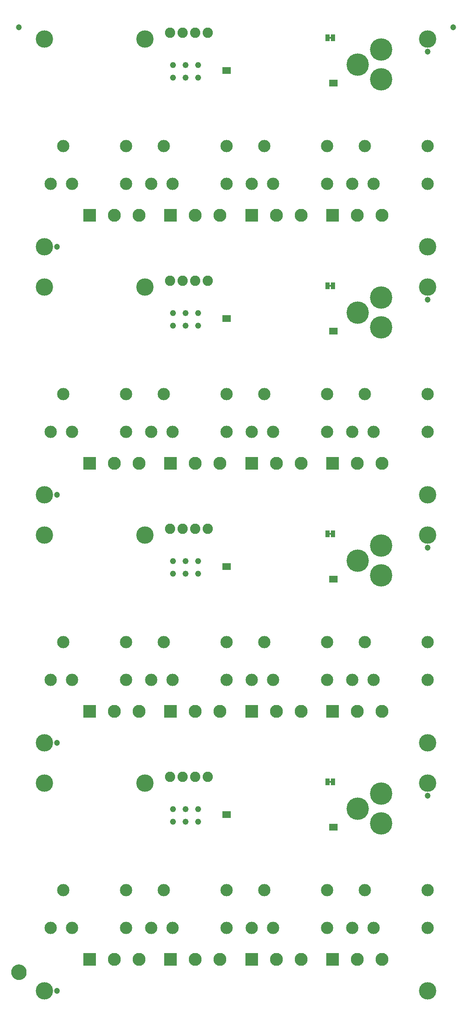
<source format=gbs>
G04 EAGLE Gerber RS-274X export*
G75*
%MOMM*%
%FSLAX34Y34*%
%LPD*%
%INSoldermask Bottom*%
%IPPOS*%
%AMOC8*
5,1,8,0,0,1.08239X$1,22.5*%
G01*
%ADD10C,2.489200*%
%ADD11C,3.505200*%
%ADD12C,1.203200*%
%ADD13C,1.221313*%
%ADD14R,2.616200X2.616200*%
%ADD15C,2.616200*%
%ADD16C,2.082800*%
%ADD17C,4.521200*%
%ADD18R,0.838200X1.473200*%
%ADD19R,0.863600X1.473200*%
%ADD20C,1.270000*%
%ADD21C,1.703200*%

G36*
X605474Y1946287D02*
X605474Y1946287D01*
X605540Y1946289D01*
X605583Y1946307D01*
X605630Y1946315D01*
X605687Y1946349D01*
X605747Y1946374D01*
X605782Y1946405D01*
X605823Y1946430D01*
X605865Y1946481D01*
X605913Y1946525D01*
X605935Y1946567D01*
X605964Y1946604D01*
X605985Y1946666D01*
X606016Y1946725D01*
X606024Y1946779D01*
X606036Y1946816D01*
X606035Y1946856D01*
X606043Y1946910D01*
X606043Y1949450D01*
X606032Y1949515D01*
X606030Y1949581D01*
X606012Y1949624D01*
X606004Y1949671D01*
X605970Y1949728D01*
X605945Y1949788D01*
X605914Y1949823D01*
X605889Y1949864D01*
X605838Y1949906D01*
X605794Y1949954D01*
X605752Y1949976D01*
X605715Y1950005D01*
X605653Y1950026D01*
X605594Y1950057D01*
X605540Y1950065D01*
X605503Y1950077D01*
X605463Y1950076D01*
X605409Y1950084D01*
X601599Y1950084D01*
X601534Y1950073D01*
X601468Y1950071D01*
X601425Y1950053D01*
X601378Y1950045D01*
X601321Y1950011D01*
X601261Y1949986D01*
X601226Y1949955D01*
X601185Y1949930D01*
X601144Y1949879D01*
X601095Y1949835D01*
X601073Y1949793D01*
X601044Y1949756D01*
X601023Y1949694D01*
X600992Y1949635D01*
X600984Y1949581D01*
X600972Y1949544D01*
X600972Y1949541D01*
X600973Y1949504D01*
X600965Y1949450D01*
X600965Y1946910D01*
X600976Y1946845D01*
X600978Y1946779D01*
X600996Y1946736D01*
X601004Y1946689D01*
X601038Y1946632D01*
X601063Y1946572D01*
X601094Y1946537D01*
X601119Y1946496D01*
X601170Y1946455D01*
X601214Y1946406D01*
X601256Y1946384D01*
X601293Y1946355D01*
X601355Y1946334D01*
X601414Y1946303D01*
X601468Y1946295D01*
X601505Y1946283D01*
X601545Y1946284D01*
X601599Y1946276D01*
X605409Y1946276D01*
X605474Y1946287D01*
G37*
G36*
X605474Y1445907D02*
X605474Y1445907D01*
X605540Y1445909D01*
X605583Y1445927D01*
X605630Y1445935D01*
X605687Y1445969D01*
X605747Y1445994D01*
X605782Y1446025D01*
X605823Y1446050D01*
X605865Y1446101D01*
X605913Y1446145D01*
X605935Y1446187D01*
X605964Y1446224D01*
X605985Y1446286D01*
X606016Y1446345D01*
X606024Y1446399D01*
X606036Y1446436D01*
X606035Y1446476D01*
X606043Y1446530D01*
X606043Y1449070D01*
X606032Y1449135D01*
X606030Y1449201D01*
X606012Y1449244D01*
X606004Y1449291D01*
X605970Y1449348D01*
X605945Y1449408D01*
X605914Y1449443D01*
X605889Y1449484D01*
X605838Y1449526D01*
X605794Y1449574D01*
X605752Y1449596D01*
X605715Y1449625D01*
X605653Y1449646D01*
X605594Y1449677D01*
X605540Y1449685D01*
X605503Y1449697D01*
X605463Y1449696D01*
X605409Y1449704D01*
X601599Y1449704D01*
X601534Y1449693D01*
X601468Y1449691D01*
X601425Y1449673D01*
X601378Y1449665D01*
X601321Y1449631D01*
X601261Y1449606D01*
X601226Y1449575D01*
X601185Y1449550D01*
X601144Y1449499D01*
X601095Y1449455D01*
X601073Y1449413D01*
X601044Y1449376D01*
X601023Y1449314D01*
X600992Y1449255D01*
X600984Y1449201D01*
X600972Y1449164D01*
X600972Y1449161D01*
X600973Y1449124D01*
X600965Y1449070D01*
X600965Y1446530D01*
X600976Y1446465D01*
X600978Y1446399D01*
X600996Y1446356D01*
X601004Y1446309D01*
X601038Y1446252D01*
X601063Y1446192D01*
X601094Y1446157D01*
X601119Y1446116D01*
X601170Y1446075D01*
X601214Y1446026D01*
X601256Y1446004D01*
X601293Y1445975D01*
X601355Y1445954D01*
X601414Y1445923D01*
X601468Y1445915D01*
X601505Y1445903D01*
X601545Y1445904D01*
X601599Y1445896D01*
X605409Y1445896D01*
X605474Y1445907D01*
G37*
G36*
X605474Y945527D02*
X605474Y945527D01*
X605540Y945529D01*
X605583Y945547D01*
X605630Y945555D01*
X605687Y945589D01*
X605747Y945614D01*
X605782Y945645D01*
X605823Y945670D01*
X605865Y945721D01*
X605913Y945765D01*
X605935Y945807D01*
X605964Y945844D01*
X605985Y945906D01*
X606016Y945965D01*
X606024Y946019D01*
X606036Y946056D01*
X606035Y946096D01*
X606043Y946150D01*
X606043Y948690D01*
X606032Y948755D01*
X606030Y948821D01*
X606012Y948864D01*
X606004Y948911D01*
X605970Y948968D01*
X605945Y949028D01*
X605914Y949063D01*
X605889Y949104D01*
X605838Y949146D01*
X605794Y949194D01*
X605752Y949216D01*
X605715Y949245D01*
X605653Y949266D01*
X605594Y949297D01*
X605540Y949305D01*
X605503Y949317D01*
X605463Y949316D01*
X605409Y949324D01*
X601599Y949324D01*
X601534Y949313D01*
X601468Y949311D01*
X601425Y949293D01*
X601378Y949285D01*
X601321Y949251D01*
X601261Y949226D01*
X601226Y949195D01*
X601185Y949170D01*
X601144Y949119D01*
X601095Y949075D01*
X601073Y949033D01*
X601044Y948996D01*
X601023Y948934D01*
X600992Y948875D01*
X600984Y948821D01*
X600972Y948784D01*
X600972Y948781D01*
X600973Y948744D01*
X600965Y948690D01*
X600965Y946150D01*
X600976Y946085D01*
X600978Y946019D01*
X600996Y945976D01*
X601004Y945929D01*
X601038Y945872D01*
X601063Y945812D01*
X601094Y945777D01*
X601119Y945736D01*
X601170Y945695D01*
X601214Y945646D01*
X601256Y945624D01*
X601293Y945595D01*
X601355Y945574D01*
X601414Y945543D01*
X601468Y945535D01*
X601505Y945523D01*
X601545Y945524D01*
X601599Y945516D01*
X605409Y945516D01*
X605474Y945527D01*
G37*
G36*
X605474Y445147D02*
X605474Y445147D01*
X605540Y445149D01*
X605583Y445167D01*
X605630Y445175D01*
X605687Y445209D01*
X605747Y445234D01*
X605782Y445265D01*
X605823Y445290D01*
X605865Y445341D01*
X605913Y445385D01*
X605935Y445427D01*
X605964Y445464D01*
X605985Y445526D01*
X606016Y445585D01*
X606024Y445639D01*
X606036Y445676D01*
X606035Y445716D01*
X606043Y445770D01*
X606043Y448310D01*
X606032Y448375D01*
X606030Y448441D01*
X606012Y448484D01*
X606004Y448531D01*
X605970Y448588D01*
X605945Y448648D01*
X605914Y448683D01*
X605889Y448724D01*
X605838Y448766D01*
X605794Y448814D01*
X605752Y448836D01*
X605715Y448865D01*
X605653Y448886D01*
X605594Y448917D01*
X605540Y448925D01*
X605503Y448937D01*
X605463Y448936D01*
X605409Y448944D01*
X601599Y448944D01*
X601534Y448933D01*
X601468Y448931D01*
X601425Y448913D01*
X601378Y448905D01*
X601321Y448871D01*
X601261Y448846D01*
X601226Y448815D01*
X601185Y448790D01*
X601144Y448739D01*
X601095Y448695D01*
X601073Y448653D01*
X601044Y448616D01*
X601023Y448554D01*
X600992Y448495D01*
X600984Y448441D01*
X600972Y448404D01*
X600972Y448401D01*
X600973Y448364D01*
X600965Y448310D01*
X600965Y445770D01*
X600976Y445705D01*
X600978Y445639D01*
X600996Y445596D01*
X601004Y445549D01*
X601038Y445492D01*
X601063Y445432D01*
X601094Y445397D01*
X601119Y445356D01*
X601170Y445315D01*
X601214Y445266D01*
X601256Y445244D01*
X601293Y445215D01*
X601355Y445194D01*
X601414Y445163D01*
X601468Y445155D01*
X601505Y445143D01*
X601545Y445144D01*
X601599Y445136D01*
X605409Y445136D01*
X605474Y445147D01*
G37*
D10*
X63500Y228600D03*
X190500Y152400D03*
X190500Y228600D03*
X38100Y152400D03*
X81280Y152400D03*
D11*
X25400Y444500D03*
X800100Y444500D03*
D12*
X800100Y419100D03*
X50800Y25400D03*
D13*
X285750Y367030D03*
X311150Y367030D03*
X336550Y367030D03*
X285750Y392430D03*
X311150Y392430D03*
X336550Y392430D03*
D11*
X25400Y25400D03*
X800100Y25400D03*
D14*
X116840Y88900D03*
D15*
X166840Y88900D03*
X216840Y88900D03*
D16*
X355600Y457200D03*
X330200Y457200D03*
X304800Y457200D03*
X279400Y457200D03*
D10*
X266700Y228600D03*
X393700Y152400D03*
X393700Y228600D03*
X241300Y152400D03*
X284480Y152400D03*
X469900Y228600D03*
X596900Y152400D03*
X596900Y228600D03*
X444500Y152400D03*
X487680Y152400D03*
X673100Y228600D03*
X800100Y152400D03*
X800100Y228600D03*
X647700Y152400D03*
X690880Y152400D03*
D14*
X280670Y88900D03*
D15*
X330670Y88900D03*
X380670Y88900D03*
D14*
X444500Y88900D03*
D15*
X494500Y88900D03*
X544500Y88900D03*
D14*
X608330Y88900D03*
D15*
X658330Y88900D03*
X708330Y88900D03*
D17*
X706120Y363380D03*
X706120Y423380D03*
X659120Y393380D03*
D18*
X397764Y381000D03*
X389636Y381000D03*
D19*
X598297Y447040D03*
X608711Y447040D03*
D18*
X613664Y355600D03*
X605536Y355600D03*
D11*
X228600Y444500D03*
D10*
X63500Y728980D03*
X190500Y652780D03*
X190500Y728980D03*
X38100Y652780D03*
X81280Y652780D03*
D11*
X25400Y944880D03*
X800100Y944880D03*
D12*
X800100Y919480D03*
X50800Y525780D03*
D13*
X285750Y867410D03*
X311150Y867410D03*
X336550Y867410D03*
X285750Y892810D03*
X311150Y892810D03*
X336550Y892810D03*
D11*
X25400Y525780D03*
X800100Y525780D03*
D14*
X116840Y589280D03*
D15*
X166840Y589280D03*
X216840Y589280D03*
D16*
X355600Y957580D03*
X330200Y957580D03*
X304800Y957580D03*
X279400Y957580D03*
D10*
X266700Y728980D03*
X393700Y652780D03*
X393700Y728980D03*
X241300Y652780D03*
X284480Y652780D03*
X469900Y728980D03*
X596900Y652780D03*
X596900Y728980D03*
X444500Y652780D03*
X487680Y652780D03*
X673100Y728980D03*
X800100Y652780D03*
X800100Y728980D03*
X647700Y652780D03*
X690880Y652780D03*
D14*
X280670Y589280D03*
D15*
X330670Y589280D03*
X380670Y589280D03*
D14*
X444500Y589280D03*
D15*
X494500Y589280D03*
X544500Y589280D03*
D14*
X608330Y589280D03*
D15*
X658330Y589280D03*
X708330Y589280D03*
D17*
X706120Y863760D03*
X706120Y923760D03*
X659120Y893760D03*
D18*
X397764Y881380D03*
X389636Y881380D03*
D19*
X598297Y947420D03*
X608711Y947420D03*
D18*
X613664Y855980D03*
X605536Y855980D03*
D11*
X228600Y944880D03*
D10*
X63500Y1229360D03*
X190500Y1153160D03*
X190500Y1229360D03*
X38100Y1153160D03*
X81280Y1153160D03*
D11*
X25400Y1445260D03*
X800100Y1445260D03*
D12*
X800100Y1419860D03*
X50800Y1026160D03*
D13*
X285750Y1367790D03*
X311150Y1367790D03*
X336550Y1367790D03*
X285750Y1393190D03*
X311150Y1393190D03*
X336550Y1393190D03*
D11*
X25400Y1026160D03*
X800100Y1026160D03*
D14*
X116840Y1089660D03*
D15*
X166840Y1089660D03*
X216840Y1089660D03*
D16*
X355600Y1457960D03*
X330200Y1457960D03*
X304800Y1457960D03*
X279400Y1457960D03*
D10*
X266700Y1229360D03*
X393700Y1153160D03*
X393700Y1229360D03*
X241300Y1153160D03*
X284480Y1153160D03*
X469900Y1229360D03*
X596900Y1153160D03*
X596900Y1229360D03*
X444500Y1153160D03*
X487680Y1153160D03*
X673100Y1229360D03*
X800100Y1153160D03*
X800100Y1229360D03*
X647700Y1153160D03*
X690880Y1153160D03*
D14*
X280670Y1089660D03*
D15*
X330670Y1089660D03*
X380670Y1089660D03*
D14*
X444500Y1089660D03*
D15*
X494500Y1089660D03*
X544500Y1089660D03*
D14*
X608330Y1089660D03*
D15*
X658330Y1089660D03*
X708330Y1089660D03*
D17*
X706120Y1364140D03*
X706120Y1424140D03*
X659120Y1394140D03*
D18*
X397764Y1381760D03*
X389636Y1381760D03*
D19*
X598297Y1447800D03*
X608711Y1447800D03*
D18*
X613664Y1356360D03*
X605536Y1356360D03*
D11*
X228600Y1445260D03*
D10*
X63500Y1729740D03*
X190500Y1653540D03*
X190500Y1729740D03*
X38100Y1653540D03*
X81280Y1653540D03*
D11*
X25400Y1945640D03*
X800100Y1945640D03*
D12*
X800100Y1920240D03*
X50800Y1526540D03*
D13*
X285750Y1868170D03*
X311150Y1868170D03*
X336550Y1868170D03*
X285750Y1893570D03*
X311150Y1893570D03*
X336550Y1893570D03*
D11*
X25400Y1526540D03*
X800100Y1526540D03*
D14*
X116840Y1590040D03*
D15*
X166840Y1590040D03*
X216840Y1590040D03*
D16*
X355600Y1958340D03*
X330200Y1958340D03*
X304800Y1958340D03*
X279400Y1958340D03*
D10*
X266700Y1729740D03*
X393700Y1653540D03*
X393700Y1729740D03*
X241300Y1653540D03*
X284480Y1653540D03*
X469900Y1729740D03*
X596900Y1653540D03*
X596900Y1729740D03*
X444500Y1653540D03*
X487680Y1653540D03*
X673100Y1729740D03*
X800100Y1653540D03*
X800100Y1729740D03*
X647700Y1653540D03*
X690880Y1653540D03*
D14*
X280670Y1590040D03*
D15*
X330670Y1590040D03*
X380670Y1590040D03*
D14*
X444500Y1590040D03*
D15*
X494500Y1590040D03*
X544500Y1590040D03*
D14*
X608330Y1590040D03*
D15*
X658330Y1590040D03*
X708330Y1590040D03*
D17*
X706120Y1864520D03*
X706120Y1924520D03*
X659120Y1894520D03*
D18*
X397764Y1882140D03*
X389636Y1882140D03*
D19*
X598297Y1948180D03*
X608711Y1948180D03*
D18*
X613664Y1856740D03*
X605536Y1856740D03*
D11*
X228600Y1945640D03*
D12*
X-26238Y1969770D03*
X851738Y1969770D03*
D20*
X-35293Y63500D02*
X-35290Y63722D01*
X-35282Y63944D01*
X-35268Y64166D01*
X-35249Y64388D01*
X-35225Y64608D01*
X-35195Y64829D01*
X-35160Y65048D01*
X-35119Y65267D01*
X-35073Y65484D01*
X-35022Y65700D01*
X-34965Y65915D01*
X-34903Y66129D01*
X-34836Y66340D01*
X-34764Y66551D01*
X-34686Y66759D01*
X-34604Y66965D01*
X-34516Y67169D01*
X-34424Y67372D01*
X-34326Y67571D01*
X-34224Y67768D01*
X-34117Y67963D01*
X-34005Y68155D01*
X-33888Y68344D01*
X-33767Y68531D01*
X-33641Y68714D01*
X-33511Y68894D01*
X-33376Y69071D01*
X-33238Y69244D01*
X-33095Y69414D01*
X-32947Y69581D01*
X-32796Y69744D01*
X-32641Y69903D01*
X-32482Y70058D01*
X-32319Y70209D01*
X-32152Y70357D01*
X-31982Y70500D01*
X-31809Y70638D01*
X-31632Y70773D01*
X-31452Y70903D01*
X-31269Y71029D01*
X-31082Y71150D01*
X-30893Y71267D01*
X-30701Y71379D01*
X-30506Y71486D01*
X-30309Y71588D01*
X-30110Y71686D01*
X-29907Y71778D01*
X-29703Y71866D01*
X-29497Y71948D01*
X-29289Y72026D01*
X-29078Y72098D01*
X-28867Y72165D01*
X-28653Y72227D01*
X-28438Y72284D01*
X-28222Y72335D01*
X-28005Y72381D01*
X-27786Y72422D01*
X-27567Y72457D01*
X-27346Y72487D01*
X-27126Y72511D01*
X-26904Y72530D01*
X-26682Y72544D01*
X-26460Y72552D01*
X-26238Y72555D01*
X-26016Y72552D01*
X-25794Y72544D01*
X-25572Y72530D01*
X-25350Y72511D01*
X-25130Y72487D01*
X-24909Y72457D01*
X-24690Y72422D01*
X-24471Y72381D01*
X-24254Y72335D01*
X-24038Y72284D01*
X-23823Y72227D01*
X-23609Y72165D01*
X-23398Y72098D01*
X-23187Y72026D01*
X-22979Y71948D01*
X-22773Y71866D01*
X-22569Y71778D01*
X-22366Y71686D01*
X-22167Y71588D01*
X-21970Y71486D01*
X-21775Y71379D01*
X-21583Y71267D01*
X-21394Y71150D01*
X-21207Y71029D01*
X-21024Y70903D01*
X-20844Y70773D01*
X-20667Y70638D01*
X-20494Y70500D01*
X-20324Y70357D01*
X-20157Y70209D01*
X-19994Y70058D01*
X-19835Y69903D01*
X-19680Y69744D01*
X-19529Y69581D01*
X-19381Y69414D01*
X-19238Y69244D01*
X-19100Y69071D01*
X-18965Y68894D01*
X-18835Y68714D01*
X-18709Y68531D01*
X-18588Y68344D01*
X-18471Y68155D01*
X-18359Y67963D01*
X-18252Y67768D01*
X-18150Y67571D01*
X-18052Y67372D01*
X-17960Y67169D01*
X-17872Y66965D01*
X-17790Y66759D01*
X-17712Y66551D01*
X-17640Y66340D01*
X-17573Y66129D01*
X-17511Y65915D01*
X-17454Y65700D01*
X-17403Y65484D01*
X-17357Y65267D01*
X-17316Y65048D01*
X-17281Y64829D01*
X-17251Y64608D01*
X-17227Y64388D01*
X-17208Y64166D01*
X-17194Y63944D01*
X-17186Y63722D01*
X-17183Y63500D01*
X-17186Y63278D01*
X-17194Y63056D01*
X-17208Y62834D01*
X-17227Y62612D01*
X-17251Y62392D01*
X-17281Y62171D01*
X-17316Y61952D01*
X-17357Y61733D01*
X-17403Y61516D01*
X-17454Y61300D01*
X-17511Y61085D01*
X-17573Y60871D01*
X-17640Y60660D01*
X-17712Y60449D01*
X-17790Y60241D01*
X-17872Y60035D01*
X-17960Y59831D01*
X-18052Y59628D01*
X-18150Y59429D01*
X-18252Y59232D01*
X-18359Y59037D01*
X-18471Y58845D01*
X-18588Y58656D01*
X-18709Y58469D01*
X-18835Y58286D01*
X-18965Y58106D01*
X-19100Y57929D01*
X-19238Y57756D01*
X-19381Y57586D01*
X-19529Y57419D01*
X-19680Y57256D01*
X-19835Y57097D01*
X-19994Y56942D01*
X-20157Y56791D01*
X-20324Y56643D01*
X-20494Y56500D01*
X-20667Y56362D01*
X-20844Y56227D01*
X-21024Y56097D01*
X-21207Y55971D01*
X-21394Y55850D01*
X-21583Y55733D01*
X-21775Y55621D01*
X-21970Y55514D01*
X-22167Y55412D01*
X-22366Y55314D01*
X-22569Y55222D01*
X-22773Y55134D01*
X-22979Y55052D01*
X-23187Y54974D01*
X-23398Y54902D01*
X-23609Y54835D01*
X-23823Y54773D01*
X-24038Y54716D01*
X-24254Y54665D01*
X-24471Y54619D01*
X-24690Y54578D01*
X-24909Y54543D01*
X-25130Y54513D01*
X-25350Y54489D01*
X-25572Y54470D01*
X-25794Y54456D01*
X-26016Y54448D01*
X-26238Y54445D01*
X-26460Y54448D01*
X-26682Y54456D01*
X-26904Y54470D01*
X-27126Y54489D01*
X-27346Y54513D01*
X-27567Y54543D01*
X-27786Y54578D01*
X-28005Y54619D01*
X-28222Y54665D01*
X-28438Y54716D01*
X-28653Y54773D01*
X-28867Y54835D01*
X-29078Y54902D01*
X-29289Y54974D01*
X-29497Y55052D01*
X-29703Y55134D01*
X-29907Y55222D01*
X-30110Y55314D01*
X-30309Y55412D01*
X-30506Y55514D01*
X-30701Y55621D01*
X-30893Y55733D01*
X-31082Y55850D01*
X-31269Y55971D01*
X-31452Y56097D01*
X-31632Y56227D01*
X-31809Y56362D01*
X-31982Y56500D01*
X-32152Y56643D01*
X-32319Y56791D01*
X-32482Y56942D01*
X-32641Y57097D01*
X-32796Y57256D01*
X-32947Y57419D01*
X-33095Y57586D01*
X-33238Y57756D01*
X-33376Y57929D01*
X-33511Y58106D01*
X-33641Y58286D01*
X-33767Y58469D01*
X-33888Y58656D01*
X-34005Y58845D01*
X-34117Y59037D01*
X-34224Y59232D01*
X-34326Y59429D01*
X-34424Y59628D01*
X-34516Y59831D01*
X-34604Y60035D01*
X-34686Y60241D01*
X-34764Y60449D01*
X-34836Y60660D01*
X-34903Y60871D01*
X-34965Y61085D01*
X-35022Y61300D01*
X-35073Y61516D01*
X-35119Y61733D01*
X-35160Y61952D01*
X-35195Y62171D01*
X-35225Y62392D01*
X-35249Y62612D01*
X-35268Y62834D01*
X-35282Y63056D01*
X-35290Y63278D01*
X-35293Y63500D01*
D21*
X-26238Y63500D03*
M02*

</source>
